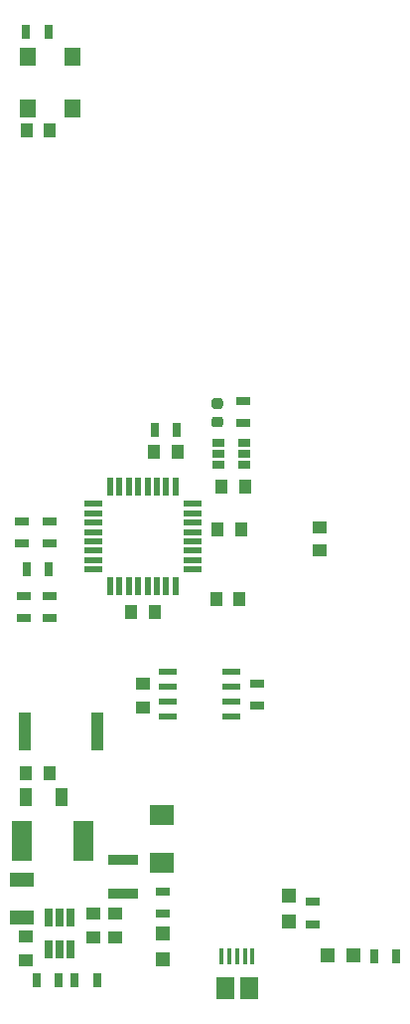
<source format=gbr>
G04 #@! TF.GenerationSoftware,KiCad,Pcbnew,5.0.0-fee4fd1~66~ubuntu16.04.1*
G04 #@! TF.CreationDate,2019-03-17T00:35:17-04:00*
G04 #@! TF.ProjectId,sensing_board,73656E73696E675F626F6172642E6B69,rev?*
G04 #@! TF.SameCoordinates,Original*
G04 #@! TF.FileFunction,Paste,Top*
G04 #@! TF.FilePolarity,Positive*
%FSLAX46Y46*%
G04 Gerber Fmt 4.6, Leading zero omitted, Abs format (unit mm)*
G04 Created by KiCad (PCBNEW 5.0.0-fee4fd1~66~ubuntu16.04.1) date Sun Mar 17 00:35:17 2019*
%MOMM*%
%LPD*%
G01*
G04 APERTURE LIST*
%ADD10R,0.700000X1.300000*%
%ADD11R,1.300000X0.700000*%
%ADD12R,1.000000X1.250000*%
%ADD13R,1.250000X1.000000*%
%ADD14R,1.200000X1.200000*%
%ADD15R,0.550000X1.600000*%
%ADD16R,1.600000X0.550000*%
%ADD17C,0.100000*%
%ADD18C,0.875000*%
%ADD19R,1.550000X0.600000*%
%ADD20R,1.060000X0.650000*%
%ADD21R,1.400000X1.500000*%
%ADD22R,1.500000X1.900000*%
%ADD23R,0.400000X1.350000*%
%ADD24R,1.000000X1.600000*%
%ADD25R,2.159000X1.778000*%
%ADD26R,2.500000X0.900000*%
%ADD27R,1.000000X3.200000*%
%ADD28R,2.000000X1.200000*%
%ADD29R,0.650000X1.560000*%
%ADD30R,1.780000X3.500000*%
G04 APERTURE END LIST*
D10*
G04 #@! TO.C,R15*
X184780000Y-100500000D03*
X182880000Y-100500000D03*
G04 #@! TD*
D11*
G04 #@! TO.C,R3*
X182460000Y-98290000D03*
X182460000Y-96390000D03*
G04 #@! TD*
D12*
G04 #@! TO.C,C1*
X201150000Y-97110000D03*
X199150000Y-97110000D03*
G04 #@! TD*
D13*
G04 #@! TO.C,C2*
X207850000Y-98900000D03*
X207850000Y-96900000D03*
G04 #@! TD*
G04 #@! TO.C,C3*
X188572140Y-131789680D03*
X188572140Y-129789680D03*
G04 #@! TD*
D12*
G04 #@! TO.C,C4*
X201050000Y-103040000D03*
X199050000Y-103040000D03*
G04 #@! TD*
G04 #@! TO.C,C5*
X184885840Y-63110000D03*
X182885840Y-63110000D03*
G04 #@! TD*
D13*
G04 #@! TO.C,C6*
X192850000Y-110220000D03*
X192850000Y-112220000D03*
G04 #@! TD*
G04 #@! TO.C,C7*
X190469520Y-129800600D03*
X190469520Y-131800600D03*
G04 #@! TD*
D12*
G04 #@! TO.C,C8*
X199490000Y-93490000D03*
X201490000Y-93490000D03*
G04 #@! TD*
G04 #@! TO.C,C9*
X191811760Y-104159200D03*
X193811760Y-104159200D03*
G04 #@! TD*
G04 #@! TO.C,C10*
X193780000Y-90520000D03*
X195780000Y-90520000D03*
G04 #@! TD*
D14*
G04 #@! TO.C,D3*
X205270000Y-128240000D03*
X205270000Y-130440000D03*
G04 #@! TD*
D15*
G04 #@! TO.C,IC1*
X189997280Y-101962680D03*
X190797280Y-101962680D03*
X191597280Y-101962680D03*
X192397280Y-101962680D03*
X193197280Y-101962680D03*
X193997280Y-101962680D03*
X194797280Y-101962680D03*
X195597280Y-101962680D03*
D16*
X197047280Y-100512680D03*
X197047280Y-99712680D03*
X197047280Y-98912680D03*
X197047280Y-98112680D03*
X197047280Y-97312680D03*
X197047280Y-96512680D03*
X197047280Y-95712680D03*
X197047280Y-94912680D03*
D15*
X195597280Y-93462680D03*
X194797280Y-93462680D03*
X193997280Y-93462680D03*
X193197280Y-93462680D03*
X192397280Y-93462680D03*
X191597280Y-93462680D03*
X190797280Y-93462680D03*
X189997280Y-93462680D03*
D16*
X188547280Y-94912680D03*
X188547280Y-95712680D03*
X188547280Y-96512680D03*
X188547280Y-97312680D03*
X188547280Y-98112680D03*
X188547280Y-98912680D03*
X188547280Y-99712680D03*
X188547280Y-100512680D03*
G04 #@! TD*
D11*
G04 #@! TO.C,R1*
X207250000Y-128780000D03*
X207250000Y-130680000D03*
G04 #@! TD*
D10*
G04 #@! TO.C,R2*
X182850000Y-54750000D03*
X184750000Y-54750000D03*
G04 #@! TD*
D11*
G04 #@! TO.C,R4*
X184839920Y-98289960D03*
X184839920Y-96389960D03*
G04 #@! TD*
D17*
G04 #@! TO.C,R10*
G36*
X199427691Y-87521053D02*
X199448926Y-87524203D01*
X199469750Y-87529419D01*
X199489962Y-87536651D01*
X199509368Y-87545830D01*
X199527781Y-87556866D01*
X199545024Y-87569654D01*
X199560930Y-87584070D01*
X199575346Y-87599976D01*
X199588134Y-87617219D01*
X199599170Y-87635632D01*
X199608349Y-87655038D01*
X199615581Y-87675250D01*
X199620797Y-87696074D01*
X199623947Y-87717309D01*
X199625000Y-87738750D01*
X199625000Y-88176250D01*
X199623947Y-88197691D01*
X199620797Y-88218926D01*
X199615581Y-88239750D01*
X199608349Y-88259962D01*
X199599170Y-88279368D01*
X199588134Y-88297781D01*
X199575346Y-88315024D01*
X199560930Y-88330930D01*
X199545024Y-88345346D01*
X199527781Y-88358134D01*
X199509368Y-88369170D01*
X199489962Y-88378349D01*
X199469750Y-88385581D01*
X199448926Y-88390797D01*
X199427691Y-88393947D01*
X199406250Y-88395000D01*
X198893750Y-88395000D01*
X198872309Y-88393947D01*
X198851074Y-88390797D01*
X198830250Y-88385581D01*
X198810038Y-88378349D01*
X198790632Y-88369170D01*
X198772219Y-88358134D01*
X198754976Y-88345346D01*
X198739070Y-88330930D01*
X198724654Y-88315024D01*
X198711866Y-88297781D01*
X198700830Y-88279368D01*
X198691651Y-88259962D01*
X198684419Y-88239750D01*
X198679203Y-88218926D01*
X198676053Y-88197691D01*
X198675000Y-88176250D01*
X198675000Y-87738750D01*
X198676053Y-87717309D01*
X198679203Y-87696074D01*
X198684419Y-87675250D01*
X198691651Y-87655038D01*
X198700830Y-87635632D01*
X198711866Y-87617219D01*
X198724654Y-87599976D01*
X198739070Y-87584070D01*
X198754976Y-87569654D01*
X198772219Y-87556866D01*
X198790632Y-87545830D01*
X198810038Y-87536651D01*
X198830250Y-87529419D01*
X198851074Y-87524203D01*
X198872309Y-87521053D01*
X198893750Y-87520000D01*
X199406250Y-87520000D01*
X199427691Y-87521053D01*
X199427691Y-87521053D01*
G37*
D18*
X199150000Y-87957500D03*
D17*
G36*
X199427691Y-85946053D02*
X199448926Y-85949203D01*
X199469750Y-85954419D01*
X199489962Y-85961651D01*
X199509368Y-85970830D01*
X199527781Y-85981866D01*
X199545024Y-85994654D01*
X199560930Y-86009070D01*
X199575346Y-86024976D01*
X199588134Y-86042219D01*
X199599170Y-86060632D01*
X199608349Y-86080038D01*
X199615581Y-86100250D01*
X199620797Y-86121074D01*
X199623947Y-86142309D01*
X199625000Y-86163750D01*
X199625000Y-86601250D01*
X199623947Y-86622691D01*
X199620797Y-86643926D01*
X199615581Y-86664750D01*
X199608349Y-86684962D01*
X199599170Y-86704368D01*
X199588134Y-86722781D01*
X199575346Y-86740024D01*
X199560930Y-86755930D01*
X199545024Y-86770346D01*
X199527781Y-86783134D01*
X199509368Y-86794170D01*
X199489962Y-86803349D01*
X199469750Y-86810581D01*
X199448926Y-86815797D01*
X199427691Y-86818947D01*
X199406250Y-86820000D01*
X198893750Y-86820000D01*
X198872309Y-86818947D01*
X198851074Y-86815797D01*
X198830250Y-86810581D01*
X198810038Y-86803349D01*
X198790632Y-86794170D01*
X198772219Y-86783134D01*
X198754976Y-86770346D01*
X198739070Y-86755930D01*
X198724654Y-86740024D01*
X198711866Y-86722781D01*
X198700830Y-86704368D01*
X198691651Y-86684962D01*
X198684419Y-86664750D01*
X198679203Y-86643926D01*
X198676053Y-86622691D01*
X198675000Y-86601250D01*
X198675000Y-86163750D01*
X198676053Y-86142309D01*
X198679203Y-86121074D01*
X198684419Y-86100250D01*
X198691651Y-86080038D01*
X198700830Y-86060632D01*
X198711866Y-86042219D01*
X198724654Y-86024976D01*
X198739070Y-86009070D01*
X198754976Y-85994654D01*
X198772219Y-85981866D01*
X198790632Y-85970830D01*
X198810038Y-85961651D01*
X198830250Y-85954419D01*
X198851074Y-85949203D01*
X198872309Y-85946053D01*
X198893750Y-85945000D01*
X199406250Y-85945000D01*
X199427691Y-85946053D01*
X199427691Y-85946053D01*
G37*
D18*
X199150000Y-86382500D03*
G04 #@! TD*
D11*
G04 #@! TO.C,R11*
X201340000Y-88040000D03*
X201340000Y-86140000D03*
G04 #@! TD*
G04 #@! TO.C,R13*
X202547680Y-112079440D03*
X202547680Y-110179440D03*
G04 #@! TD*
D10*
G04 #@! TO.C,R14*
X193820000Y-88600000D03*
X195720000Y-88600000D03*
G04 #@! TD*
D19*
G04 #@! TO.C,U1*
X194940400Y-109234600D03*
X194940400Y-110504600D03*
X194940400Y-111774600D03*
X194940400Y-113044600D03*
X200340400Y-113044600D03*
X200340400Y-111774600D03*
X200340400Y-110504600D03*
X200340400Y-109234600D03*
G04 #@! TD*
D20*
G04 #@! TO.C,U3*
X199229600Y-90657600D03*
X199229600Y-91607600D03*
X199229600Y-89707600D03*
X201429600Y-89707600D03*
X201429600Y-90657600D03*
X201429600Y-91607600D03*
G04 #@! TD*
D21*
G04 #@! TO.C,U7*
X186776520Y-56840240D03*
X182976520Y-56840240D03*
X186776520Y-61240240D03*
X182976520Y-61240240D03*
G04 #@! TD*
D22*
G04 #@! TO.C,U8*
X199838560Y-136149080D03*
D23*
X200838560Y-133449080D03*
X201488560Y-133449080D03*
X202138560Y-133449080D03*
X199538560Y-133449080D03*
X200188560Y-133449080D03*
D22*
X201838560Y-136149080D03*
G04 #@! TD*
D11*
G04 #@! TO.C,R5*
X182610000Y-104670000D03*
X182610000Y-102770000D03*
G04 #@! TD*
G04 #@! TO.C,R6*
X184810000Y-102770000D03*
X184810000Y-104670000D03*
G04 #@! TD*
D13*
G04 #@! TO.C,C11*
X182810000Y-131720000D03*
X182810000Y-133720000D03*
G04 #@! TD*
D24*
G04 #@! TO.C,C12*
X182837960Y-119862600D03*
X185837960Y-119862600D03*
G04 #@! TD*
D12*
G04 #@! TO.C,C14*
X182850000Y-117820000D03*
X184850000Y-117820000D03*
G04 #@! TD*
D25*
G04 #@! TO.C,D1*
X194430000Y-121366000D03*
X194430000Y-125430000D03*
G04 #@! TD*
D14*
G04 #@! TO.C,D2*
X194500000Y-133650000D03*
X194500000Y-131450000D03*
G04 #@! TD*
G04 #@! TO.C,D4*
X210760000Y-133360000D03*
X208560000Y-133360000D03*
G04 #@! TD*
D26*
G04 #@! TO.C,F1*
X191150000Y-128120000D03*
X191150000Y-125220000D03*
G04 #@! TD*
D11*
G04 #@! TO.C,R7*
X194500000Y-127910000D03*
X194500000Y-129810000D03*
G04 #@! TD*
D10*
G04 #@! TO.C,R8*
X188880000Y-135490000D03*
X186980000Y-135490000D03*
G04 #@! TD*
G04 #@! TO.C,R9*
X183730000Y-135490000D03*
X185630000Y-135490000D03*
G04 #@! TD*
D27*
G04 #@! TO.C,R12*
X188951800Y-114292380D03*
X182751800Y-114292380D03*
G04 #@! TD*
D10*
G04 #@! TO.C,R16*
X214410000Y-133390000D03*
X212510000Y-133390000D03*
G04 #@! TD*
D28*
G04 #@! TO.C,L1*
X182450000Y-126880000D03*
X182450000Y-130080000D03*
G04 #@! TD*
D29*
G04 #@! TO.C,U2*
X185707020Y-130097540D03*
X184757020Y-130097540D03*
X186657020Y-130097540D03*
X186657020Y-132797540D03*
X185707020Y-132797540D03*
X184757020Y-132797540D03*
G04 #@! TD*
D30*
G04 #@! TO.C,C13*
X187718040Y-123576080D03*
X182438040Y-123576080D03*
G04 #@! TD*
M02*

</source>
